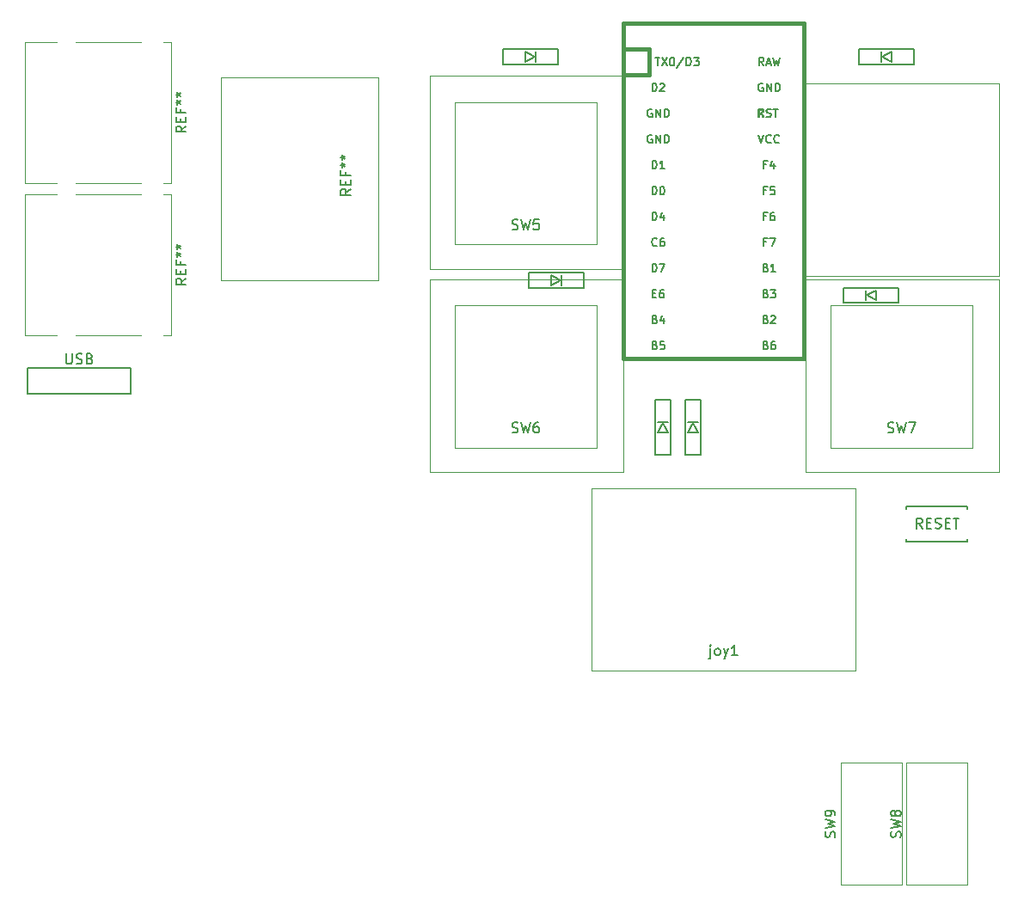
<source format=gbr>
G04 #@! TF.GenerationSoftware,KiCad,Pcbnew,(5.1.2)-2*
G04 #@! TF.CreationDate,2019-07-15T17:49:31+09:00*
G04 #@! TF.ProjectId,meishi,6d656973-6869-42e6-9b69-6361645f7063,rev?*
G04 #@! TF.SameCoordinates,Original*
G04 #@! TF.FileFunction,Legend,Top*
G04 #@! TF.FilePolarity,Positive*
%FSLAX46Y46*%
G04 Gerber Fmt 4.6, Leading zero omitted, Abs format (unit mm)*
G04 Created by KiCad (PCBNEW (5.1.2)-2) date 2019-07-15 17:49:31*
%MOMM*%
%LPD*%
G04 APERTURE LIST*
%ADD10C,0.150000*%
%ADD11C,0.120000*%
%ADD12C,0.381000*%
G04 APERTURE END LIST*
D10*
X66930000Y-86170000D02*
X66930000Y-83630000D01*
X77090000Y-83630000D02*
X77090000Y-86170000D01*
X66930000Y-83630000D02*
X77090000Y-83630000D01*
X66930000Y-86170000D02*
X77090000Y-86170000D01*
D11*
X122500000Y-113500000D02*
X122500000Y-95500000D01*
X148500000Y-113500000D02*
X122500000Y-113500000D01*
X148500000Y-95500000D02*
X148500000Y-113500000D01*
X122500000Y-95500000D02*
X148500000Y-95500000D01*
X86000000Y-75000000D02*
X86000000Y-65000000D01*
X101500000Y-75000000D02*
X86000000Y-75000000D01*
X101500000Y-55000000D02*
X101500000Y-75000000D01*
X86000000Y-55000000D02*
X101500000Y-55000000D01*
X86000000Y-65000000D02*
X86000000Y-55000000D01*
X66690000Y-66540000D02*
X66690000Y-80460000D01*
X66690000Y-80460000D02*
X69800000Y-80460000D01*
X66690000Y-66540000D02*
X69800000Y-66540000D01*
X71700000Y-66540000D02*
X78150000Y-66540000D01*
X71700000Y-80460000D02*
X78150000Y-80460000D01*
X81060000Y-66540000D02*
X81060000Y-80460000D01*
X81060000Y-80460000D02*
X80350000Y-80460000D01*
X81060000Y-66540000D02*
X80350000Y-66540000D01*
X66690000Y-51540000D02*
X66690000Y-65460000D01*
X66690000Y-65460000D02*
X69800000Y-65460000D01*
X66690000Y-51540000D02*
X69800000Y-51540000D01*
X71700000Y-51540000D02*
X78150000Y-51540000D01*
X71700000Y-65460000D02*
X78150000Y-65460000D01*
X81060000Y-51540000D02*
X81060000Y-65460000D01*
X81060000Y-65460000D02*
X80350000Y-65460000D01*
X81060000Y-51540000D02*
X80350000Y-51540000D01*
D10*
X151100000Y-53000000D02*
X152000000Y-52500000D01*
X152000000Y-52500000D02*
X152000000Y-53500000D01*
X152000000Y-53500000D02*
X151100000Y-53000000D01*
X151000000Y-52500000D02*
X151000000Y-53500000D01*
X154200000Y-52250000D02*
X148800000Y-52250000D01*
X148800000Y-52250000D02*
X148800000Y-53750000D01*
X148800000Y-53750000D02*
X154200000Y-53750000D01*
X154200000Y-53750000D02*
X154200000Y-52250000D01*
X129500000Y-89100000D02*
X130000000Y-90000000D01*
X130000000Y-90000000D02*
X129000000Y-90000000D01*
X129000000Y-90000000D02*
X129500000Y-89100000D01*
X130000000Y-89000000D02*
X129000000Y-89000000D01*
X130250000Y-92200000D02*
X130250000Y-86800000D01*
X130250000Y-86800000D02*
X128750000Y-86800000D01*
X128750000Y-86800000D02*
X128750000Y-92200000D01*
X128750000Y-92200000D02*
X130250000Y-92200000D01*
X131750000Y-92200000D02*
X133250000Y-92200000D01*
X131750000Y-86800000D02*
X131750000Y-92200000D01*
X133250000Y-86800000D02*
X131750000Y-86800000D01*
X133250000Y-92200000D02*
X133250000Y-86800000D01*
X133000000Y-89000000D02*
X132000000Y-89000000D01*
X132000000Y-90000000D02*
X132500000Y-89100000D01*
X133000000Y-90000000D02*
X132000000Y-90000000D01*
X132500000Y-89100000D02*
X133000000Y-90000000D01*
X113800000Y-52250000D02*
X113800000Y-53750000D01*
X119200000Y-52250000D02*
X113800000Y-52250000D01*
X119200000Y-53750000D02*
X119200000Y-52250000D01*
X113800000Y-53750000D02*
X119200000Y-53750000D01*
X117000000Y-53500000D02*
X117000000Y-52500000D01*
X116000000Y-52500000D02*
X116900000Y-53000000D01*
X116000000Y-53500000D02*
X116000000Y-52500000D01*
X116900000Y-53000000D02*
X116000000Y-53500000D01*
X116300000Y-74250000D02*
X116300000Y-75750000D01*
X121700000Y-74250000D02*
X116300000Y-74250000D01*
X121700000Y-75750000D02*
X121700000Y-74250000D01*
X116300000Y-75750000D02*
X121700000Y-75750000D01*
X119500000Y-75500000D02*
X119500000Y-74500000D01*
X118500000Y-74500000D02*
X119400000Y-75000000D01*
X118500000Y-75500000D02*
X118500000Y-74500000D01*
X119400000Y-75000000D02*
X118500000Y-75500000D01*
X149600000Y-76500000D02*
X150500000Y-76000000D01*
X150500000Y-76000000D02*
X150500000Y-77000000D01*
X150500000Y-77000000D02*
X149600000Y-76500000D01*
X149500000Y-76000000D02*
X149500000Y-77000000D01*
X152700000Y-75750000D02*
X147300000Y-75750000D01*
X147300000Y-75750000D02*
X147300000Y-77250000D01*
X147300000Y-77250000D02*
X152700000Y-77250000D01*
X152700000Y-77250000D02*
X152700000Y-75750000D01*
X153500000Y-100750000D02*
X153500000Y-100500000D01*
X159500000Y-100750000D02*
X153500000Y-100750000D01*
X159500000Y-100750000D02*
X159500000Y-100500000D01*
X159500000Y-97250000D02*
X159500000Y-97500000D01*
X153500000Y-97250000D02*
X153500000Y-97500000D01*
X159500000Y-97250000D02*
X153500000Y-97250000D01*
D11*
X143600000Y-74600000D02*
X143600000Y-55600000D01*
X162600000Y-74600000D02*
X143600000Y-74600000D01*
X162600000Y-55600000D02*
X162600000Y-74600000D01*
X143600000Y-55600000D02*
X162600000Y-55600000D01*
X106600000Y-73900000D02*
X106600000Y-54900000D01*
X125600000Y-73900000D02*
X106600000Y-73900000D01*
X125600000Y-54900000D02*
X125600000Y-73900000D01*
X106600000Y-54900000D02*
X125600000Y-54900000D01*
X123000000Y-71500000D02*
X123000000Y-64500000D01*
X109000000Y-71500000D02*
X123000000Y-71500000D01*
X109000000Y-57500000D02*
X109000000Y-71500000D01*
X123000000Y-57500000D02*
X109000000Y-57500000D01*
X123000000Y-64500000D02*
X123000000Y-57500000D01*
X123000000Y-84500000D02*
X123000000Y-77500000D01*
X123000000Y-77500000D02*
X109000000Y-77500000D01*
X109000000Y-77500000D02*
X109000000Y-91500000D01*
X109000000Y-91500000D02*
X123000000Y-91500000D01*
X123000000Y-91500000D02*
X123000000Y-84500000D01*
X106600000Y-74900000D02*
X125600000Y-74900000D01*
X125600000Y-74900000D02*
X125600000Y-93900000D01*
X125600000Y-93900000D02*
X106600000Y-93900000D01*
X106600000Y-93900000D02*
X106600000Y-74900000D01*
X143600000Y-93900000D02*
X143600000Y-74900000D01*
X162600000Y-93900000D02*
X143600000Y-93900000D01*
X162600000Y-74900000D02*
X162600000Y-93900000D01*
X143600000Y-74900000D02*
X162600000Y-74900000D01*
X160000000Y-91500000D02*
X160000000Y-84500000D01*
X146000000Y-91500000D02*
X160000000Y-91500000D01*
X146000000Y-77500000D02*
X146000000Y-91500000D01*
X160000000Y-77500000D02*
X146000000Y-77500000D01*
X160000000Y-84500000D02*
X160000000Y-77500000D01*
X159500000Y-128555000D02*
X159500000Y-122555000D01*
X159500000Y-122555000D02*
X153500000Y-122555000D01*
X153500000Y-122555000D02*
X153500000Y-134555000D01*
X153500000Y-134555000D02*
X159500000Y-134555000D01*
X159500000Y-134555000D02*
X159500000Y-128555000D01*
X153025000Y-134555000D02*
X153025000Y-128555000D01*
X147025000Y-134555000D02*
X153025000Y-134555000D01*
X147025000Y-122555000D02*
X147025000Y-134555000D01*
X153025000Y-122555000D02*
X147025000Y-122555000D01*
X153025000Y-128555000D02*
X153025000Y-122555000D01*
D12*
X128150000Y-52260000D02*
X125610000Y-52260000D01*
X125610000Y-49720000D02*
X125610000Y-52260000D01*
X143390000Y-49720000D02*
X125610000Y-49720000D01*
X143390000Y-52260000D02*
X143390000Y-49720000D01*
D10*
G36*
X139431568Y-58739360D02*
G01*
X139431568Y-58939360D01*
X139331568Y-58939360D01*
X139331568Y-58739360D01*
X139431568Y-58739360D01*
G37*
X139431568Y-58739360D02*
X139431568Y-58939360D01*
X139331568Y-58939360D01*
X139331568Y-58739360D01*
X139431568Y-58739360D01*
G36*
X139031568Y-58139360D02*
G01*
X139031568Y-58939360D01*
X138931568Y-58939360D01*
X138931568Y-58139360D01*
X139031568Y-58139360D01*
G37*
X139031568Y-58139360D02*
X139031568Y-58939360D01*
X138931568Y-58939360D01*
X138931568Y-58139360D01*
X139031568Y-58139360D01*
G36*
X139431568Y-58139360D02*
G01*
X139431568Y-58239360D01*
X138931568Y-58239360D01*
X138931568Y-58139360D01*
X139431568Y-58139360D01*
G37*
X139431568Y-58139360D02*
X139431568Y-58239360D01*
X138931568Y-58239360D01*
X138931568Y-58139360D01*
X139431568Y-58139360D01*
G36*
X139231568Y-58539360D02*
G01*
X139231568Y-58639360D01*
X139131568Y-58639360D01*
X139131568Y-58539360D01*
X139231568Y-58539360D01*
G37*
X139231568Y-58539360D02*
X139231568Y-58639360D01*
X139131568Y-58639360D01*
X139131568Y-58539360D01*
X139231568Y-58539360D01*
G36*
X139431568Y-58139360D02*
G01*
X139431568Y-58439360D01*
X139331568Y-58439360D01*
X139331568Y-58139360D01*
X139431568Y-58139360D01*
G37*
X139431568Y-58139360D02*
X139431568Y-58439360D01*
X139331568Y-58439360D01*
X139331568Y-58139360D01*
X139431568Y-58139360D01*
D12*
X128150000Y-54800000D02*
X125610000Y-54800000D01*
X128150000Y-52260000D02*
X128150000Y-54800000D01*
X143390000Y-82740000D02*
X143390000Y-52260000D01*
X125610000Y-82740000D02*
X143390000Y-82740000D01*
X125610000Y-52260000D02*
X125610000Y-82740000D01*
D10*
X70738095Y-82252380D02*
X70738095Y-83061904D01*
X70785714Y-83157142D01*
X70833333Y-83204761D01*
X70928571Y-83252380D01*
X71119047Y-83252380D01*
X71214285Y-83204761D01*
X71261904Y-83157142D01*
X71309523Y-83061904D01*
X71309523Y-82252380D01*
X71738095Y-83204761D02*
X71880952Y-83252380D01*
X72119047Y-83252380D01*
X72214285Y-83204761D01*
X72261904Y-83157142D01*
X72309523Y-83061904D01*
X72309523Y-82966666D01*
X72261904Y-82871428D01*
X72214285Y-82823809D01*
X72119047Y-82776190D01*
X71928571Y-82728571D01*
X71833333Y-82680952D01*
X71785714Y-82633333D01*
X71738095Y-82538095D01*
X71738095Y-82442857D01*
X71785714Y-82347619D01*
X71833333Y-82300000D01*
X71928571Y-82252380D01*
X72166666Y-82252380D01*
X72309523Y-82300000D01*
X73071428Y-82728571D02*
X73214285Y-82776190D01*
X73261904Y-82823809D01*
X73309523Y-82919047D01*
X73309523Y-83061904D01*
X73261904Y-83157142D01*
X73214285Y-83204761D01*
X73119047Y-83252380D01*
X72738095Y-83252380D01*
X72738095Y-82252380D01*
X73071428Y-82252380D01*
X73166666Y-82300000D01*
X73214285Y-82347619D01*
X73261904Y-82442857D01*
X73261904Y-82538095D01*
X73214285Y-82633333D01*
X73166666Y-82680952D01*
X73071428Y-82728571D01*
X72738095Y-82728571D01*
X134190476Y-111285714D02*
X134190476Y-112142857D01*
X134142857Y-112238095D01*
X134047619Y-112285714D01*
X134000000Y-112285714D01*
X134190476Y-110952380D02*
X134142857Y-111000000D01*
X134190476Y-111047619D01*
X134238095Y-111000000D01*
X134190476Y-110952380D01*
X134190476Y-111047619D01*
X134809523Y-111952380D02*
X134714285Y-111904761D01*
X134666666Y-111857142D01*
X134619047Y-111761904D01*
X134619047Y-111476190D01*
X134666666Y-111380952D01*
X134714285Y-111333333D01*
X134809523Y-111285714D01*
X134952380Y-111285714D01*
X135047619Y-111333333D01*
X135095238Y-111380952D01*
X135142857Y-111476190D01*
X135142857Y-111761904D01*
X135095238Y-111857142D01*
X135047619Y-111904761D01*
X134952380Y-111952380D01*
X134809523Y-111952380D01*
X135476190Y-111285714D02*
X135714285Y-111952380D01*
X135952380Y-111285714D02*
X135714285Y-111952380D01*
X135619047Y-112190476D01*
X135571428Y-112238095D01*
X135476190Y-112285714D01*
X136857142Y-111952380D02*
X136285714Y-111952380D01*
X136571428Y-111952380D02*
X136571428Y-110952380D01*
X136476190Y-111095238D01*
X136380952Y-111190476D01*
X136285714Y-111238095D01*
X98752380Y-66033333D02*
X98276190Y-66366666D01*
X98752380Y-66604761D02*
X97752380Y-66604761D01*
X97752380Y-66223809D01*
X97800000Y-66128571D01*
X97847619Y-66080952D01*
X97942857Y-66033333D01*
X98085714Y-66033333D01*
X98180952Y-66080952D01*
X98228571Y-66128571D01*
X98276190Y-66223809D01*
X98276190Y-66604761D01*
X98228571Y-65604761D02*
X98228571Y-65271428D01*
X98752380Y-65128571D02*
X98752380Y-65604761D01*
X97752380Y-65604761D01*
X97752380Y-65128571D01*
X98228571Y-64366666D02*
X98228571Y-64700000D01*
X98752380Y-64700000D02*
X97752380Y-64700000D01*
X97752380Y-64223809D01*
X97752380Y-63700000D02*
X97990476Y-63700000D01*
X97895238Y-63938095D02*
X97990476Y-63700000D01*
X97895238Y-63461904D01*
X98180952Y-63842857D02*
X97990476Y-63700000D01*
X98180952Y-63557142D01*
X97752380Y-62938095D02*
X97990476Y-62938095D01*
X97895238Y-63176190D02*
X97990476Y-62938095D01*
X97895238Y-62700000D01*
X98180952Y-63080952D02*
X97990476Y-62938095D01*
X98180952Y-62795238D01*
X82552380Y-74833333D02*
X82076190Y-75166666D01*
X82552380Y-75404761D02*
X81552380Y-75404761D01*
X81552380Y-75023809D01*
X81600000Y-74928571D01*
X81647619Y-74880952D01*
X81742857Y-74833333D01*
X81885714Y-74833333D01*
X81980952Y-74880952D01*
X82028571Y-74928571D01*
X82076190Y-75023809D01*
X82076190Y-75404761D01*
X82028571Y-74404761D02*
X82028571Y-74071428D01*
X82552380Y-73928571D02*
X82552380Y-74404761D01*
X81552380Y-74404761D01*
X81552380Y-73928571D01*
X82028571Y-73166666D02*
X82028571Y-73500000D01*
X82552380Y-73500000D02*
X81552380Y-73500000D01*
X81552380Y-73023809D01*
X81552380Y-72500000D02*
X81790476Y-72500000D01*
X81695238Y-72738095D02*
X81790476Y-72500000D01*
X81695238Y-72261904D01*
X81980952Y-72642857D02*
X81790476Y-72500000D01*
X81980952Y-72357142D01*
X81552380Y-71738095D02*
X81790476Y-71738095D01*
X81695238Y-71976190D02*
X81790476Y-71738095D01*
X81695238Y-71500000D01*
X81980952Y-71880952D02*
X81790476Y-71738095D01*
X81980952Y-71595238D01*
X82552380Y-59833333D02*
X82076190Y-60166666D01*
X82552380Y-60404761D02*
X81552380Y-60404761D01*
X81552380Y-60023809D01*
X81600000Y-59928571D01*
X81647619Y-59880952D01*
X81742857Y-59833333D01*
X81885714Y-59833333D01*
X81980952Y-59880952D01*
X82028571Y-59928571D01*
X82076190Y-60023809D01*
X82076190Y-60404761D01*
X82028571Y-59404761D02*
X82028571Y-59071428D01*
X82552380Y-58928571D02*
X82552380Y-59404761D01*
X81552380Y-59404761D01*
X81552380Y-58928571D01*
X82028571Y-58166666D02*
X82028571Y-58500000D01*
X82552380Y-58500000D02*
X81552380Y-58500000D01*
X81552380Y-58023809D01*
X81552380Y-57500000D02*
X81790476Y-57500000D01*
X81695238Y-57738095D02*
X81790476Y-57500000D01*
X81695238Y-57261904D01*
X81980952Y-57642857D02*
X81790476Y-57500000D01*
X81980952Y-57357142D01*
X81552380Y-56738095D02*
X81790476Y-56738095D01*
X81695238Y-56976190D02*
X81790476Y-56738095D01*
X81695238Y-56500000D01*
X81980952Y-56880952D02*
X81790476Y-56738095D01*
X81980952Y-56595238D01*
X155047619Y-99452380D02*
X154714285Y-98976190D01*
X154476190Y-99452380D02*
X154476190Y-98452380D01*
X154857142Y-98452380D01*
X154952380Y-98500000D01*
X155000000Y-98547619D01*
X155047619Y-98642857D01*
X155047619Y-98785714D01*
X155000000Y-98880952D01*
X154952380Y-98928571D01*
X154857142Y-98976190D01*
X154476190Y-98976190D01*
X155476190Y-98928571D02*
X155809523Y-98928571D01*
X155952380Y-99452380D02*
X155476190Y-99452380D01*
X155476190Y-98452380D01*
X155952380Y-98452380D01*
X156333333Y-99404761D02*
X156476190Y-99452380D01*
X156714285Y-99452380D01*
X156809523Y-99404761D01*
X156857142Y-99357142D01*
X156904761Y-99261904D01*
X156904761Y-99166666D01*
X156857142Y-99071428D01*
X156809523Y-99023809D01*
X156714285Y-98976190D01*
X156523809Y-98928571D01*
X156428571Y-98880952D01*
X156380952Y-98833333D01*
X156333333Y-98738095D01*
X156333333Y-98642857D01*
X156380952Y-98547619D01*
X156428571Y-98500000D01*
X156523809Y-98452380D01*
X156761904Y-98452380D01*
X156904761Y-98500000D01*
X157333333Y-98928571D02*
X157666666Y-98928571D01*
X157809523Y-99452380D02*
X157333333Y-99452380D01*
X157333333Y-98452380D01*
X157809523Y-98452380D01*
X158095238Y-98452380D02*
X158666666Y-98452380D01*
X158380952Y-99452380D02*
X158380952Y-98452380D01*
X114666666Y-69984761D02*
X114809523Y-70032380D01*
X115047619Y-70032380D01*
X115142857Y-69984761D01*
X115190476Y-69937142D01*
X115238095Y-69841904D01*
X115238095Y-69746666D01*
X115190476Y-69651428D01*
X115142857Y-69603809D01*
X115047619Y-69556190D01*
X114857142Y-69508571D01*
X114761904Y-69460952D01*
X114714285Y-69413333D01*
X114666666Y-69318095D01*
X114666666Y-69222857D01*
X114714285Y-69127619D01*
X114761904Y-69080000D01*
X114857142Y-69032380D01*
X115095238Y-69032380D01*
X115238095Y-69080000D01*
X115571428Y-69032380D02*
X115809523Y-70032380D01*
X116000000Y-69318095D01*
X116190476Y-70032380D01*
X116428571Y-69032380D01*
X117285714Y-69032380D02*
X116809523Y-69032380D01*
X116761904Y-69508571D01*
X116809523Y-69460952D01*
X116904761Y-69413333D01*
X117142857Y-69413333D01*
X117238095Y-69460952D01*
X117285714Y-69508571D01*
X117333333Y-69603809D01*
X117333333Y-69841904D01*
X117285714Y-69937142D01*
X117238095Y-69984761D01*
X117142857Y-70032380D01*
X116904761Y-70032380D01*
X116809523Y-69984761D01*
X116761904Y-69937142D01*
X114666666Y-89984761D02*
X114809523Y-90032380D01*
X115047619Y-90032380D01*
X115142857Y-89984761D01*
X115190476Y-89937142D01*
X115238095Y-89841904D01*
X115238095Y-89746666D01*
X115190476Y-89651428D01*
X115142857Y-89603809D01*
X115047619Y-89556190D01*
X114857142Y-89508571D01*
X114761904Y-89460952D01*
X114714285Y-89413333D01*
X114666666Y-89318095D01*
X114666666Y-89222857D01*
X114714285Y-89127619D01*
X114761904Y-89080000D01*
X114857142Y-89032380D01*
X115095238Y-89032380D01*
X115238095Y-89080000D01*
X115571428Y-89032380D02*
X115809523Y-90032380D01*
X116000000Y-89318095D01*
X116190476Y-90032380D01*
X116428571Y-89032380D01*
X117238095Y-89032380D02*
X117047619Y-89032380D01*
X116952380Y-89080000D01*
X116904761Y-89127619D01*
X116809523Y-89270476D01*
X116761904Y-89460952D01*
X116761904Y-89841904D01*
X116809523Y-89937142D01*
X116857142Y-89984761D01*
X116952380Y-90032380D01*
X117142857Y-90032380D01*
X117238095Y-89984761D01*
X117285714Y-89937142D01*
X117333333Y-89841904D01*
X117333333Y-89603809D01*
X117285714Y-89508571D01*
X117238095Y-89460952D01*
X117142857Y-89413333D01*
X116952380Y-89413333D01*
X116857142Y-89460952D01*
X116809523Y-89508571D01*
X116761904Y-89603809D01*
X151666666Y-89984761D02*
X151809523Y-90032380D01*
X152047619Y-90032380D01*
X152142857Y-89984761D01*
X152190476Y-89937142D01*
X152238095Y-89841904D01*
X152238095Y-89746666D01*
X152190476Y-89651428D01*
X152142857Y-89603809D01*
X152047619Y-89556190D01*
X151857142Y-89508571D01*
X151761904Y-89460952D01*
X151714285Y-89413333D01*
X151666666Y-89318095D01*
X151666666Y-89222857D01*
X151714285Y-89127619D01*
X151761904Y-89080000D01*
X151857142Y-89032380D01*
X152095238Y-89032380D01*
X152238095Y-89080000D01*
X152571428Y-89032380D02*
X152809523Y-90032380D01*
X153000000Y-89318095D01*
X153190476Y-90032380D01*
X153428571Y-89032380D01*
X153714285Y-89032380D02*
X154380952Y-89032380D01*
X153952380Y-90032380D01*
X152904761Y-129888333D02*
X152952380Y-129745476D01*
X152952380Y-129507380D01*
X152904761Y-129412142D01*
X152857142Y-129364523D01*
X152761904Y-129316904D01*
X152666666Y-129316904D01*
X152571428Y-129364523D01*
X152523809Y-129412142D01*
X152476190Y-129507380D01*
X152428571Y-129697857D01*
X152380952Y-129793095D01*
X152333333Y-129840714D01*
X152238095Y-129888333D01*
X152142857Y-129888333D01*
X152047619Y-129840714D01*
X152000000Y-129793095D01*
X151952380Y-129697857D01*
X151952380Y-129459761D01*
X152000000Y-129316904D01*
X151952380Y-128983571D02*
X152952380Y-128745476D01*
X152238095Y-128555000D01*
X152952380Y-128364523D01*
X151952380Y-128126428D01*
X152380952Y-127602619D02*
X152333333Y-127697857D01*
X152285714Y-127745476D01*
X152190476Y-127793095D01*
X152142857Y-127793095D01*
X152047619Y-127745476D01*
X152000000Y-127697857D01*
X151952380Y-127602619D01*
X151952380Y-127412142D01*
X152000000Y-127316904D01*
X152047619Y-127269285D01*
X152142857Y-127221666D01*
X152190476Y-127221666D01*
X152285714Y-127269285D01*
X152333333Y-127316904D01*
X152380952Y-127412142D01*
X152380952Y-127602619D01*
X152428571Y-127697857D01*
X152476190Y-127745476D01*
X152571428Y-127793095D01*
X152761904Y-127793095D01*
X152857142Y-127745476D01*
X152904761Y-127697857D01*
X152952380Y-127602619D01*
X152952380Y-127412142D01*
X152904761Y-127316904D01*
X152857142Y-127269285D01*
X152761904Y-127221666D01*
X152571428Y-127221666D01*
X152476190Y-127269285D01*
X152428571Y-127316904D01*
X152380952Y-127412142D01*
X146429761Y-129888333D02*
X146477380Y-129745476D01*
X146477380Y-129507380D01*
X146429761Y-129412142D01*
X146382142Y-129364523D01*
X146286904Y-129316904D01*
X146191666Y-129316904D01*
X146096428Y-129364523D01*
X146048809Y-129412142D01*
X146001190Y-129507380D01*
X145953571Y-129697857D01*
X145905952Y-129793095D01*
X145858333Y-129840714D01*
X145763095Y-129888333D01*
X145667857Y-129888333D01*
X145572619Y-129840714D01*
X145525000Y-129793095D01*
X145477380Y-129697857D01*
X145477380Y-129459761D01*
X145525000Y-129316904D01*
X145477380Y-128983571D02*
X146477380Y-128745476D01*
X145763095Y-128555000D01*
X146477380Y-128364523D01*
X145477380Y-128126428D01*
X146477380Y-127697857D02*
X146477380Y-127507380D01*
X146429761Y-127412142D01*
X146382142Y-127364523D01*
X146239285Y-127269285D01*
X146048809Y-127221666D01*
X145667857Y-127221666D01*
X145572619Y-127269285D01*
X145525000Y-127316904D01*
X145477380Y-127412142D01*
X145477380Y-127602619D01*
X145525000Y-127697857D01*
X145572619Y-127745476D01*
X145667857Y-127793095D01*
X145905952Y-127793095D01*
X146001190Y-127745476D01*
X146048809Y-127697857D01*
X146096428Y-127602619D01*
X146096428Y-127412142D01*
X146048809Y-127316904D01*
X146001190Y-127269285D01*
X145905952Y-127221666D01*
X128737651Y-53091904D02*
X129194794Y-53091904D01*
X128966223Y-53891904D02*
X128966223Y-53091904D01*
X129385270Y-53091904D02*
X129918604Y-53891904D01*
X129918604Y-53091904D02*
X129385270Y-53891904D01*
X130375747Y-53091904D02*
X130451937Y-53091904D01*
X130528128Y-53130000D01*
X130566223Y-53168095D01*
X130604318Y-53244285D01*
X130642413Y-53396666D01*
X130642413Y-53587142D01*
X130604318Y-53739523D01*
X130566223Y-53815714D01*
X130528128Y-53853809D01*
X130451937Y-53891904D01*
X130375747Y-53891904D01*
X130299556Y-53853809D01*
X130261461Y-53815714D01*
X130223366Y-53739523D01*
X130185270Y-53587142D01*
X130185270Y-53396666D01*
X130223366Y-53244285D01*
X130261461Y-53168095D01*
X130299556Y-53130000D01*
X130375747Y-53091904D01*
X131556699Y-53053809D02*
X130870985Y-54082380D01*
X131823366Y-53891904D02*
X131823366Y-53091904D01*
X132013842Y-53091904D01*
X132128128Y-53130000D01*
X132204318Y-53206190D01*
X132242413Y-53282380D01*
X132280508Y-53434761D01*
X132280508Y-53549047D01*
X132242413Y-53701428D01*
X132204318Y-53777619D01*
X132128128Y-53853809D01*
X132013842Y-53891904D01*
X131823366Y-53891904D01*
X132547175Y-53091904D02*
X133042413Y-53091904D01*
X132775747Y-53396666D01*
X132890032Y-53396666D01*
X132966223Y-53434761D01*
X133004318Y-53472857D01*
X133042413Y-53549047D01*
X133042413Y-53739523D01*
X133004318Y-53815714D01*
X132966223Y-53853809D01*
X132890032Y-53891904D01*
X132661461Y-53891904D01*
X132585270Y-53853809D01*
X132547175Y-53815714D01*
X128448523Y-56431904D02*
X128448523Y-55631904D01*
X128639000Y-55631904D01*
X128753285Y-55670000D01*
X128829476Y-55746190D01*
X128867571Y-55822380D01*
X128905666Y-55974761D01*
X128905666Y-56089047D01*
X128867571Y-56241428D01*
X128829476Y-56317619D01*
X128753285Y-56393809D01*
X128639000Y-56431904D01*
X128448523Y-56431904D01*
X129210428Y-55708095D02*
X129248523Y-55670000D01*
X129324714Y-55631904D01*
X129515190Y-55631904D01*
X129591380Y-55670000D01*
X129629476Y-55708095D01*
X129667571Y-55784285D01*
X129667571Y-55860476D01*
X129629476Y-55974761D01*
X129172333Y-56431904D01*
X129667571Y-56431904D01*
X128448523Y-66591904D02*
X128448523Y-65791904D01*
X128639000Y-65791904D01*
X128753285Y-65830000D01*
X128829476Y-65906190D01*
X128867571Y-65982380D01*
X128905666Y-66134761D01*
X128905666Y-66249047D01*
X128867571Y-66401428D01*
X128829476Y-66477619D01*
X128753285Y-66553809D01*
X128639000Y-66591904D01*
X128448523Y-66591904D01*
X129400904Y-65791904D02*
X129477095Y-65791904D01*
X129553285Y-65830000D01*
X129591380Y-65868095D01*
X129629476Y-65944285D01*
X129667571Y-66096666D01*
X129667571Y-66287142D01*
X129629476Y-66439523D01*
X129591380Y-66515714D01*
X129553285Y-66553809D01*
X129477095Y-66591904D01*
X129400904Y-66591904D01*
X129324714Y-66553809D01*
X129286619Y-66515714D01*
X129248523Y-66439523D01*
X129210428Y-66287142D01*
X129210428Y-66096666D01*
X129248523Y-65944285D01*
X129286619Y-65868095D01*
X129324714Y-65830000D01*
X129400904Y-65791904D01*
X128448523Y-64051904D02*
X128448523Y-63251904D01*
X128639000Y-63251904D01*
X128753285Y-63290000D01*
X128829476Y-63366190D01*
X128867571Y-63442380D01*
X128905666Y-63594761D01*
X128905666Y-63709047D01*
X128867571Y-63861428D01*
X128829476Y-63937619D01*
X128753285Y-64013809D01*
X128639000Y-64051904D01*
X128448523Y-64051904D01*
X129667571Y-64051904D02*
X129210428Y-64051904D01*
X129439000Y-64051904D02*
X129439000Y-63251904D01*
X129362809Y-63366190D01*
X129286619Y-63442380D01*
X129210428Y-63480476D01*
X128429476Y-60750000D02*
X128353285Y-60711904D01*
X128239000Y-60711904D01*
X128124714Y-60750000D01*
X128048523Y-60826190D01*
X128010428Y-60902380D01*
X127972333Y-61054761D01*
X127972333Y-61169047D01*
X128010428Y-61321428D01*
X128048523Y-61397619D01*
X128124714Y-61473809D01*
X128239000Y-61511904D01*
X128315190Y-61511904D01*
X128429476Y-61473809D01*
X128467571Y-61435714D01*
X128467571Y-61169047D01*
X128315190Y-61169047D01*
X128810428Y-61511904D02*
X128810428Y-60711904D01*
X129267571Y-61511904D01*
X129267571Y-60711904D01*
X129648523Y-61511904D02*
X129648523Y-60711904D01*
X129839000Y-60711904D01*
X129953285Y-60750000D01*
X130029476Y-60826190D01*
X130067571Y-60902380D01*
X130105666Y-61054761D01*
X130105666Y-61169047D01*
X130067571Y-61321428D01*
X130029476Y-61397619D01*
X129953285Y-61473809D01*
X129839000Y-61511904D01*
X129648523Y-61511904D01*
X128429476Y-58210000D02*
X128353285Y-58171904D01*
X128239000Y-58171904D01*
X128124714Y-58210000D01*
X128048523Y-58286190D01*
X128010428Y-58362380D01*
X127972333Y-58514761D01*
X127972333Y-58629047D01*
X128010428Y-58781428D01*
X128048523Y-58857619D01*
X128124714Y-58933809D01*
X128239000Y-58971904D01*
X128315190Y-58971904D01*
X128429476Y-58933809D01*
X128467571Y-58895714D01*
X128467571Y-58629047D01*
X128315190Y-58629047D01*
X128810428Y-58971904D02*
X128810428Y-58171904D01*
X129267571Y-58971904D01*
X129267571Y-58171904D01*
X129648523Y-58971904D02*
X129648523Y-58171904D01*
X129839000Y-58171904D01*
X129953285Y-58210000D01*
X130029476Y-58286190D01*
X130067571Y-58362380D01*
X130105666Y-58514761D01*
X130105666Y-58629047D01*
X130067571Y-58781428D01*
X130029476Y-58857619D01*
X129953285Y-58933809D01*
X129839000Y-58971904D01*
X129648523Y-58971904D01*
X128448523Y-69131904D02*
X128448523Y-68331904D01*
X128639000Y-68331904D01*
X128753285Y-68370000D01*
X128829476Y-68446190D01*
X128867571Y-68522380D01*
X128905666Y-68674761D01*
X128905666Y-68789047D01*
X128867571Y-68941428D01*
X128829476Y-69017619D01*
X128753285Y-69093809D01*
X128639000Y-69131904D01*
X128448523Y-69131904D01*
X129591380Y-68598571D02*
X129591380Y-69131904D01*
X129400904Y-68293809D02*
X129210428Y-68865238D01*
X129705666Y-68865238D01*
X128905666Y-71595714D02*
X128867571Y-71633809D01*
X128753285Y-71671904D01*
X128677095Y-71671904D01*
X128562809Y-71633809D01*
X128486619Y-71557619D01*
X128448523Y-71481428D01*
X128410428Y-71329047D01*
X128410428Y-71214761D01*
X128448523Y-71062380D01*
X128486619Y-70986190D01*
X128562809Y-70910000D01*
X128677095Y-70871904D01*
X128753285Y-70871904D01*
X128867571Y-70910000D01*
X128905666Y-70948095D01*
X129591380Y-70871904D02*
X129439000Y-70871904D01*
X129362809Y-70910000D01*
X129324714Y-70948095D01*
X129248523Y-71062380D01*
X129210428Y-71214761D01*
X129210428Y-71519523D01*
X129248523Y-71595714D01*
X129286619Y-71633809D01*
X129362809Y-71671904D01*
X129515190Y-71671904D01*
X129591380Y-71633809D01*
X129629476Y-71595714D01*
X129667571Y-71519523D01*
X129667571Y-71329047D01*
X129629476Y-71252857D01*
X129591380Y-71214761D01*
X129515190Y-71176666D01*
X129362809Y-71176666D01*
X129286619Y-71214761D01*
X129248523Y-71252857D01*
X129210428Y-71329047D01*
X128448523Y-74211904D02*
X128448523Y-73411904D01*
X128639000Y-73411904D01*
X128753285Y-73450000D01*
X128829476Y-73526190D01*
X128867571Y-73602380D01*
X128905666Y-73754761D01*
X128905666Y-73869047D01*
X128867571Y-74021428D01*
X128829476Y-74097619D01*
X128753285Y-74173809D01*
X128639000Y-74211904D01*
X128448523Y-74211904D01*
X129172333Y-73411904D02*
X129705666Y-73411904D01*
X129362809Y-74211904D01*
X128486619Y-76332857D02*
X128753285Y-76332857D01*
X128867571Y-76751904D02*
X128486619Y-76751904D01*
X128486619Y-75951904D01*
X128867571Y-75951904D01*
X129553285Y-75951904D02*
X129400904Y-75951904D01*
X129324714Y-75990000D01*
X129286619Y-76028095D01*
X129210428Y-76142380D01*
X129172333Y-76294761D01*
X129172333Y-76599523D01*
X129210428Y-76675714D01*
X129248523Y-76713809D01*
X129324714Y-76751904D01*
X129477095Y-76751904D01*
X129553285Y-76713809D01*
X129591380Y-76675714D01*
X129629476Y-76599523D01*
X129629476Y-76409047D01*
X129591380Y-76332857D01*
X129553285Y-76294761D01*
X129477095Y-76256666D01*
X129324714Y-76256666D01*
X129248523Y-76294761D01*
X129210428Y-76332857D01*
X129172333Y-76409047D01*
X128715190Y-78872857D02*
X128829476Y-78910952D01*
X128867571Y-78949047D01*
X128905666Y-79025238D01*
X128905666Y-79139523D01*
X128867571Y-79215714D01*
X128829476Y-79253809D01*
X128753285Y-79291904D01*
X128448523Y-79291904D01*
X128448523Y-78491904D01*
X128715190Y-78491904D01*
X128791380Y-78530000D01*
X128829476Y-78568095D01*
X128867571Y-78644285D01*
X128867571Y-78720476D01*
X128829476Y-78796666D01*
X128791380Y-78834761D01*
X128715190Y-78872857D01*
X128448523Y-78872857D01*
X129591380Y-78758571D02*
X129591380Y-79291904D01*
X129400904Y-78453809D02*
X129210428Y-79025238D01*
X129705666Y-79025238D01*
X128715190Y-81412857D02*
X128829476Y-81450952D01*
X128867571Y-81489047D01*
X128905666Y-81565238D01*
X128905666Y-81679523D01*
X128867571Y-81755714D01*
X128829476Y-81793809D01*
X128753285Y-81831904D01*
X128448523Y-81831904D01*
X128448523Y-81031904D01*
X128715190Y-81031904D01*
X128791380Y-81070000D01*
X128829476Y-81108095D01*
X128867571Y-81184285D01*
X128867571Y-81260476D01*
X128829476Y-81336666D01*
X128791380Y-81374761D01*
X128715190Y-81412857D01*
X128448523Y-81412857D01*
X129629476Y-81031904D02*
X129248523Y-81031904D01*
X129210428Y-81412857D01*
X129248523Y-81374761D01*
X129324714Y-81336666D01*
X129515190Y-81336666D01*
X129591380Y-81374761D01*
X129629476Y-81412857D01*
X129667571Y-81489047D01*
X129667571Y-81679523D01*
X129629476Y-81755714D01*
X129591380Y-81793809D01*
X129515190Y-81831904D01*
X129324714Y-81831904D01*
X129248523Y-81793809D01*
X129210428Y-81755714D01*
X139637190Y-81412857D02*
X139751476Y-81450952D01*
X139789571Y-81489047D01*
X139827666Y-81565238D01*
X139827666Y-81679523D01*
X139789571Y-81755714D01*
X139751476Y-81793809D01*
X139675285Y-81831904D01*
X139370523Y-81831904D01*
X139370523Y-81031904D01*
X139637190Y-81031904D01*
X139713380Y-81070000D01*
X139751476Y-81108095D01*
X139789571Y-81184285D01*
X139789571Y-81260476D01*
X139751476Y-81336666D01*
X139713380Y-81374761D01*
X139637190Y-81412857D01*
X139370523Y-81412857D01*
X140513380Y-81031904D02*
X140361000Y-81031904D01*
X140284809Y-81070000D01*
X140246714Y-81108095D01*
X140170523Y-81222380D01*
X140132428Y-81374761D01*
X140132428Y-81679523D01*
X140170523Y-81755714D01*
X140208619Y-81793809D01*
X140284809Y-81831904D01*
X140437190Y-81831904D01*
X140513380Y-81793809D01*
X140551476Y-81755714D01*
X140589571Y-81679523D01*
X140589571Y-81489047D01*
X140551476Y-81412857D01*
X140513380Y-81374761D01*
X140437190Y-81336666D01*
X140284809Y-81336666D01*
X140208619Y-81374761D01*
X140170523Y-81412857D01*
X140132428Y-81489047D01*
X139637190Y-76332857D02*
X139751476Y-76370952D01*
X139789571Y-76409047D01*
X139827666Y-76485238D01*
X139827666Y-76599523D01*
X139789571Y-76675714D01*
X139751476Y-76713809D01*
X139675285Y-76751904D01*
X139370523Y-76751904D01*
X139370523Y-75951904D01*
X139637190Y-75951904D01*
X139713380Y-75990000D01*
X139751476Y-76028095D01*
X139789571Y-76104285D01*
X139789571Y-76180476D01*
X139751476Y-76256666D01*
X139713380Y-76294761D01*
X139637190Y-76332857D01*
X139370523Y-76332857D01*
X140094333Y-75951904D02*
X140589571Y-75951904D01*
X140322904Y-76256666D01*
X140437190Y-76256666D01*
X140513380Y-76294761D01*
X140551476Y-76332857D01*
X140589571Y-76409047D01*
X140589571Y-76599523D01*
X140551476Y-76675714D01*
X140513380Y-76713809D01*
X140437190Y-76751904D01*
X140208619Y-76751904D01*
X140132428Y-76713809D01*
X140094333Y-76675714D01*
X139637190Y-73792857D02*
X139751476Y-73830952D01*
X139789571Y-73869047D01*
X139827666Y-73945238D01*
X139827666Y-74059523D01*
X139789571Y-74135714D01*
X139751476Y-74173809D01*
X139675285Y-74211904D01*
X139370523Y-74211904D01*
X139370523Y-73411904D01*
X139637190Y-73411904D01*
X139713380Y-73450000D01*
X139751476Y-73488095D01*
X139789571Y-73564285D01*
X139789571Y-73640476D01*
X139751476Y-73716666D01*
X139713380Y-73754761D01*
X139637190Y-73792857D01*
X139370523Y-73792857D01*
X140589571Y-74211904D02*
X140132428Y-74211904D01*
X140361000Y-74211904D02*
X140361000Y-73411904D01*
X140284809Y-73526190D01*
X140208619Y-73602380D01*
X140132428Y-73640476D01*
X139694333Y-63632857D02*
X139427666Y-63632857D01*
X139427666Y-64051904D02*
X139427666Y-63251904D01*
X139808619Y-63251904D01*
X140456238Y-63518571D02*
X140456238Y-64051904D01*
X140265761Y-63213809D02*
X140075285Y-63785238D01*
X140570523Y-63785238D01*
X138894333Y-60711904D02*
X139161000Y-61511904D01*
X139427666Y-60711904D01*
X140151476Y-61435714D02*
X140113380Y-61473809D01*
X139999095Y-61511904D01*
X139922904Y-61511904D01*
X139808619Y-61473809D01*
X139732428Y-61397619D01*
X139694333Y-61321428D01*
X139656238Y-61169047D01*
X139656238Y-61054761D01*
X139694333Y-60902380D01*
X139732428Y-60826190D01*
X139808619Y-60750000D01*
X139922904Y-60711904D01*
X139999095Y-60711904D01*
X140113380Y-60750000D01*
X140151476Y-60788095D01*
X140951476Y-61435714D02*
X140913380Y-61473809D01*
X140799095Y-61511904D01*
X140722904Y-61511904D01*
X140608619Y-61473809D01*
X140532428Y-61397619D01*
X140494333Y-61321428D01*
X140456238Y-61169047D01*
X140456238Y-61054761D01*
X140494333Y-60902380D01*
X140532428Y-60826190D01*
X140608619Y-60750000D01*
X140722904Y-60711904D01*
X140799095Y-60711904D01*
X140913380Y-60750000D01*
X140951476Y-60788095D01*
X139699786Y-58903809D02*
X139814072Y-58941904D01*
X140004548Y-58941904D01*
X140080739Y-58903809D01*
X140118834Y-58865714D01*
X140156929Y-58789523D01*
X140156929Y-58713333D01*
X140118834Y-58637142D01*
X140080739Y-58599047D01*
X140004548Y-58560952D01*
X139852167Y-58522857D01*
X139775977Y-58484761D01*
X139737881Y-58446666D01*
X139699786Y-58370476D01*
X139699786Y-58294285D01*
X139737881Y-58218095D01*
X139775977Y-58180000D01*
X139852167Y-58141904D01*
X140042643Y-58141904D01*
X140156929Y-58180000D01*
X140385500Y-58141904D02*
X140842643Y-58141904D01*
X140614072Y-58941904D02*
X140614072Y-58141904D01*
X139351476Y-55670000D02*
X139275285Y-55631904D01*
X139161000Y-55631904D01*
X139046714Y-55670000D01*
X138970523Y-55746190D01*
X138932428Y-55822380D01*
X138894333Y-55974761D01*
X138894333Y-56089047D01*
X138932428Y-56241428D01*
X138970523Y-56317619D01*
X139046714Y-56393809D01*
X139161000Y-56431904D01*
X139237190Y-56431904D01*
X139351476Y-56393809D01*
X139389571Y-56355714D01*
X139389571Y-56089047D01*
X139237190Y-56089047D01*
X139732428Y-56431904D02*
X139732428Y-55631904D01*
X140189571Y-56431904D01*
X140189571Y-55631904D01*
X140570523Y-56431904D02*
X140570523Y-55631904D01*
X140761000Y-55631904D01*
X140875285Y-55670000D01*
X140951476Y-55746190D01*
X140989571Y-55822380D01*
X141027666Y-55974761D01*
X141027666Y-56089047D01*
X140989571Y-56241428D01*
X140951476Y-56317619D01*
X140875285Y-56393809D01*
X140761000Y-56431904D01*
X140570523Y-56431904D01*
X139408619Y-53891904D02*
X139141952Y-53510952D01*
X138951476Y-53891904D02*
X138951476Y-53091904D01*
X139256238Y-53091904D01*
X139332428Y-53130000D01*
X139370523Y-53168095D01*
X139408619Y-53244285D01*
X139408619Y-53358571D01*
X139370523Y-53434761D01*
X139332428Y-53472857D01*
X139256238Y-53510952D01*
X138951476Y-53510952D01*
X139713380Y-53663333D02*
X140094333Y-53663333D01*
X139637190Y-53891904D02*
X139903857Y-53091904D01*
X140170523Y-53891904D01*
X140361000Y-53091904D02*
X140551476Y-53891904D01*
X140703857Y-53320476D01*
X140856238Y-53891904D01*
X141046714Y-53091904D01*
X139694333Y-66172857D02*
X139427666Y-66172857D01*
X139427666Y-66591904D02*
X139427666Y-65791904D01*
X139808619Y-65791904D01*
X140494333Y-65791904D02*
X140113380Y-65791904D01*
X140075285Y-66172857D01*
X140113380Y-66134761D01*
X140189571Y-66096666D01*
X140380047Y-66096666D01*
X140456238Y-66134761D01*
X140494333Y-66172857D01*
X140532428Y-66249047D01*
X140532428Y-66439523D01*
X140494333Y-66515714D01*
X140456238Y-66553809D01*
X140380047Y-66591904D01*
X140189571Y-66591904D01*
X140113380Y-66553809D01*
X140075285Y-66515714D01*
X139694333Y-68712857D02*
X139427666Y-68712857D01*
X139427666Y-69131904D02*
X139427666Y-68331904D01*
X139808619Y-68331904D01*
X140456238Y-68331904D02*
X140303857Y-68331904D01*
X140227666Y-68370000D01*
X140189571Y-68408095D01*
X140113380Y-68522380D01*
X140075285Y-68674761D01*
X140075285Y-68979523D01*
X140113380Y-69055714D01*
X140151476Y-69093809D01*
X140227666Y-69131904D01*
X140380047Y-69131904D01*
X140456238Y-69093809D01*
X140494333Y-69055714D01*
X140532428Y-68979523D01*
X140532428Y-68789047D01*
X140494333Y-68712857D01*
X140456238Y-68674761D01*
X140380047Y-68636666D01*
X140227666Y-68636666D01*
X140151476Y-68674761D01*
X140113380Y-68712857D01*
X140075285Y-68789047D01*
X139694333Y-71252857D02*
X139427666Y-71252857D01*
X139427666Y-71671904D02*
X139427666Y-70871904D01*
X139808619Y-70871904D01*
X140037190Y-70871904D02*
X140570523Y-70871904D01*
X140227666Y-71671904D01*
X139637190Y-78872857D02*
X139751476Y-78910952D01*
X139789571Y-78949047D01*
X139827666Y-79025238D01*
X139827666Y-79139523D01*
X139789571Y-79215714D01*
X139751476Y-79253809D01*
X139675285Y-79291904D01*
X139370523Y-79291904D01*
X139370523Y-78491904D01*
X139637190Y-78491904D01*
X139713380Y-78530000D01*
X139751476Y-78568095D01*
X139789571Y-78644285D01*
X139789571Y-78720476D01*
X139751476Y-78796666D01*
X139713380Y-78834761D01*
X139637190Y-78872857D01*
X139370523Y-78872857D01*
X140132428Y-78568095D02*
X140170523Y-78530000D01*
X140246714Y-78491904D01*
X140437190Y-78491904D01*
X140513380Y-78530000D01*
X140551476Y-78568095D01*
X140589571Y-78644285D01*
X140589571Y-78720476D01*
X140551476Y-78834761D01*
X140094333Y-79291904D01*
X140589571Y-79291904D01*
M02*

</source>
